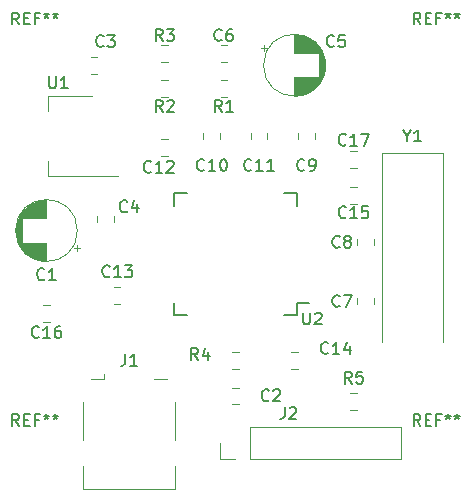
<source format=gbr>
G04 #@! TF.GenerationSoftware,KiCad,Pcbnew,(5.0.2)-1*
G04 #@! TF.CreationDate,2019-01-30T15:35:23+01:00*
G04 #@! TF.ProjectId,lab,6c61622e-6b69-4636-9164-5f7063625858,rev?*
G04 #@! TF.SameCoordinates,Original*
G04 #@! TF.FileFunction,Legend,Top*
G04 #@! TF.FilePolarity,Positive*
%FSLAX46Y46*%
G04 Gerber Fmt 4.6, Leading zero omitted, Abs format (unit mm)*
G04 Created by KiCad (PCBNEW (5.0.2)-1) date 30/01/2019 15:35:23*
%MOMM*%
%LPD*%
G01*
G04 APERTURE LIST*
%ADD10C,0.120000*%
%ADD11C,0.150000*%
G04 APERTURE END LIST*
D10*
G04 #@! TO.C,Y1*
X52450000Y-31425000D02*
X52450000Y-47400000D01*
X57550000Y-31425000D02*
X52450000Y-31425000D01*
X57550000Y-47400000D02*
X57550000Y-31425000D01*
G04 #@! TO.C,C1*
X26554775Y-39725000D02*
X26554775Y-39225000D01*
X26804775Y-39475000D02*
X26304775Y-39475000D01*
X21399000Y-38284000D02*
X21399000Y-37716000D01*
X21439000Y-38518000D02*
X21439000Y-37482000D01*
X21479000Y-38677000D02*
X21479000Y-37323000D01*
X21519000Y-38805000D02*
X21519000Y-37195000D01*
X21559000Y-38915000D02*
X21559000Y-37085000D01*
X21599000Y-39011000D02*
X21599000Y-36989000D01*
X21639000Y-39098000D02*
X21639000Y-36902000D01*
X21679000Y-39178000D02*
X21679000Y-36822000D01*
X21719000Y-39251000D02*
X21719000Y-36749000D01*
X21759000Y-39319000D02*
X21759000Y-36681000D01*
X21799000Y-39383000D02*
X21799000Y-36617000D01*
X21839000Y-39443000D02*
X21839000Y-36557000D01*
X21879000Y-39500000D02*
X21879000Y-36500000D01*
X21919000Y-39554000D02*
X21919000Y-36446000D01*
X21959000Y-39605000D02*
X21959000Y-36395000D01*
X21999000Y-36960000D02*
X21999000Y-36347000D01*
X21999000Y-39653000D02*
X21999000Y-39040000D01*
X22039000Y-36960000D02*
X22039000Y-36301000D01*
X22039000Y-39699000D02*
X22039000Y-39040000D01*
X22079000Y-36960000D02*
X22079000Y-36257000D01*
X22079000Y-39743000D02*
X22079000Y-39040000D01*
X22119000Y-36960000D02*
X22119000Y-36215000D01*
X22119000Y-39785000D02*
X22119000Y-39040000D01*
X22159000Y-36960000D02*
X22159000Y-36174000D01*
X22159000Y-39826000D02*
X22159000Y-39040000D01*
X22199000Y-36960000D02*
X22199000Y-36136000D01*
X22199000Y-39864000D02*
X22199000Y-39040000D01*
X22239000Y-36960000D02*
X22239000Y-36099000D01*
X22239000Y-39901000D02*
X22239000Y-39040000D01*
X22279000Y-36960000D02*
X22279000Y-36063000D01*
X22279000Y-39937000D02*
X22279000Y-39040000D01*
X22319000Y-36960000D02*
X22319000Y-36029000D01*
X22319000Y-39971000D02*
X22319000Y-39040000D01*
X22359000Y-36960000D02*
X22359000Y-35996000D01*
X22359000Y-40004000D02*
X22359000Y-39040000D01*
X22399000Y-36960000D02*
X22399000Y-35965000D01*
X22399000Y-40035000D02*
X22399000Y-39040000D01*
X22439000Y-36960000D02*
X22439000Y-35935000D01*
X22439000Y-40065000D02*
X22439000Y-39040000D01*
X22479000Y-36960000D02*
X22479000Y-35905000D01*
X22479000Y-40095000D02*
X22479000Y-39040000D01*
X22519000Y-36960000D02*
X22519000Y-35878000D01*
X22519000Y-40122000D02*
X22519000Y-39040000D01*
X22559000Y-36960000D02*
X22559000Y-35851000D01*
X22559000Y-40149000D02*
X22559000Y-39040000D01*
X22599000Y-36960000D02*
X22599000Y-35825000D01*
X22599000Y-40175000D02*
X22599000Y-39040000D01*
X22639000Y-36960000D02*
X22639000Y-35800000D01*
X22639000Y-40200000D02*
X22639000Y-39040000D01*
X22679000Y-36960000D02*
X22679000Y-35776000D01*
X22679000Y-40224000D02*
X22679000Y-39040000D01*
X22719000Y-36960000D02*
X22719000Y-35753000D01*
X22719000Y-40247000D02*
X22719000Y-39040000D01*
X22759000Y-36960000D02*
X22759000Y-35732000D01*
X22759000Y-40268000D02*
X22759000Y-39040000D01*
X22799000Y-36960000D02*
X22799000Y-35710000D01*
X22799000Y-40290000D02*
X22799000Y-39040000D01*
X22839000Y-36960000D02*
X22839000Y-35690000D01*
X22839000Y-40310000D02*
X22839000Y-39040000D01*
X22879000Y-36960000D02*
X22879000Y-35671000D01*
X22879000Y-40329000D02*
X22879000Y-39040000D01*
X22919000Y-36960000D02*
X22919000Y-35652000D01*
X22919000Y-40348000D02*
X22919000Y-39040000D01*
X22959000Y-36960000D02*
X22959000Y-35635000D01*
X22959000Y-40365000D02*
X22959000Y-39040000D01*
X22999000Y-36960000D02*
X22999000Y-35618000D01*
X22999000Y-40382000D02*
X22999000Y-39040000D01*
X23039000Y-36960000D02*
X23039000Y-35602000D01*
X23039000Y-40398000D02*
X23039000Y-39040000D01*
X23079000Y-36960000D02*
X23079000Y-35586000D01*
X23079000Y-40414000D02*
X23079000Y-39040000D01*
X23119000Y-36960000D02*
X23119000Y-35572000D01*
X23119000Y-40428000D02*
X23119000Y-39040000D01*
X23159000Y-36960000D02*
X23159000Y-35558000D01*
X23159000Y-40442000D02*
X23159000Y-39040000D01*
X23199000Y-36960000D02*
X23199000Y-35545000D01*
X23199000Y-40455000D02*
X23199000Y-39040000D01*
X23239000Y-36960000D02*
X23239000Y-35532000D01*
X23239000Y-40468000D02*
X23239000Y-39040000D01*
X23279000Y-36960000D02*
X23279000Y-35520000D01*
X23279000Y-40480000D02*
X23279000Y-39040000D01*
X23320000Y-36960000D02*
X23320000Y-35509000D01*
X23320000Y-40491000D02*
X23320000Y-39040000D01*
X23360000Y-36960000D02*
X23360000Y-35499000D01*
X23360000Y-40501000D02*
X23360000Y-39040000D01*
X23400000Y-36960000D02*
X23400000Y-35489000D01*
X23400000Y-40511000D02*
X23400000Y-39040000D01*
X23440000Y-36960000D02*
X23440000Y-35480000D01*
X23440000Y-40520000D02*
X23440000Y-39040000D01*
X23480000Y-36960000D02*
X23480000Y-35472000D01*
X23480000Y-40528000D02*
X23480000Y-39040000D01*
X23520000Y-36960000D02*
X23520000Y-35464000D01*
X23520000Y-40536000D02*
X23520000Y-39040000D01*
X23560000Y-36960000D02*
X23560000Y-35457000D01*
X23560000Y-40543000D02*
X23560000Y-39040000D01*
X23600000Y-36960000D02*
X23600000Y-35450000D01*
X23600000Y-40550000D02*
X23600000Y-39040000D01*
X23640000Y-36960000D02*
X23640000Y-35444000D01*
X23640000Y-40556000D02*
X23640000Y-39040000D01*
X23680000Y-36960000D02*
X23680000Y-35439000D01*
X23680000Y-40561000D02*
X23680000Y-39040000D01*
X23720000Y-36960000D02*
X23720000Y-35435000D01*
X23720000Y-40565000D02*
X23720000Y-39040000D01*
X23760000Y-36960000D02*
X23760000Y-35431000D01*
X23760000Y-40569000D02*
X23760000Y-39040000D01*
X23800000Y-36960000D02*
X23800000Y-35427000D01*
X23800000Y-40573000D02*
X23800000Y-39040000D01*
X23840000Y-36960000D02*
X23840000Y-35424000D01*
X23840000Y-40576000D02*
X23840000Y-39040000D01*
X23880000Y-36960000D02*
X23880000Y-35422000D01*
X23880000Y-40578000D02*
X23880000Y-39040000D01*
X23920000Y-36960000D02*
X23920000Y-35421000D01*
X23920000Y-40579000D02*
X23920000Y-39040000D01*
X23960000Y-40580000D02*
X23960000Y-39040000D01*
X23960000Y-36960000D02*
X23960000Y-35420000D01*
X24000000Y-40580000D02*
X24000000Y-39040000D01*
X24000000Y-36960000D02*
X24000000Y-35420000D01*
X26620000Y-38000000D02*
G75*
G03X26620000Y-38000000I-2620000J0D01*
G01*
G04 #@! TO.C,C2*
X40261252Y-51290000D02*
X39738748Y-51290000D01*
X40261252Y-52710000D02*
X39738748Y-52710000D01*
G04 #@! TO.C,C3*
X28261252Y-24710000D02*
X27738748Y-24710000D01*
X28261252Y-23290000D02*
X27738748Y-23290000D01*
G04 #@! TO.C,C4*
X28290000Y-36738748D02*
X28290000Y-37261252D01*
X29710000Y-36738748D02*
X29710000Y-37261252D01*
G04 #@! TO.C,C5*
X47620000Y-24000000D02*
G75*
G03X47620000Y-24000000I-2620000J0D01*
G01*
X45000000Y-25040000D02*
X45000000Y-26580000D01*
X45000000Y-21420000D02*
X45000000Y-22960000D01*
X45040000Y-25040000D02*
X45040000Y-26580000D01*
X45040000Y-21420000D02*
X45040000Y-22960000D01*
X45080000Y-21421000D02*
X45080000Y-22960000D01*
X45080000Y-25040000D02*
X45080000Y-26579000D01*
X45120000Y-21422000D02*
X45120000Y-22960000D01*
X45120000Y-25040000D02*
X45120000Y-26578000D01*
X45160000Y-21424000D02*
X45160000Y-22960000D01*
X45160000Y-25040000D02*
X45160000Y-26576000D01*
X45200000Y-21427000D02*
X45200000Y-22960000D01*
X45200000Y-25040000D02*
X45200000Y-26573000D01*
X45240000Y-21431000D02*
X45240000Y-22960000D01*
X45240000Y-25040000D02*
X45240000Y-26569000D01*
X45280000Y-21435000D02*
X45280000Y-22960000D01*
X45280000Y-25040000D02*
X45280000Y-26565000D01*
X45320000Y-21439000D02*
X45320000Y-22960000D01*
X45320000Y-25040000D02*
X45320000Y-26561000D01*
X45360000Y-21444000D02*
X45360000Y-22960000D01*
X45360000Y-25040000D02*
X45360000Y-26556000D01*
X45400000Y-21450000D02*
X45400000Y-22960000D01*
X45400000Y-25040000D02*
X45400000Y-26550000D01*
X45440000Y-21457000D02*
X45440000Y-22960000D01*
X45440000Y-25040000D02*
X45440000Y-26543000D01*
X45480000Y-21464000D02*
X45480000Y-22960000D01*
X45480000Y-25040000D02*
X45480000Y-26536000D01*
X45520000Y-21472000D02*
X45520000Y-22960000D01*
X45520000Y-25040000D02*
X45520000Y-26528000D01*
X45560000Y-21480000D02*
X45560000Y-22960000D01*
X45560000Y-25040000D02*
X45560000Y-26520000D01*
X45600000Y-21489000D02*
X45600000Y-22960000D01*
X45600000Y-25040000D02*
X45600000Y-26511000D01*
X45640000Y-21499000D02*
X45640000Y-22960000D01*
X45640000Y-25040000D02*
X45640000Y-26501000D01*
X45680000Y-21509000D02*
X45680000Y-22960000D01*
X45680000Y-25040000D02*
X45680000Y-26491000D01*
X45721000Y-21520000D02*
X45721000Y-22960000D01*
X45721000Y-25040000D02*
X45721000Y-26480000D01*
X45761000Y-21532000D02*
X45761000Y-22960000D01*
X45761000Y-25040000D02*
X45761000Y-26468000D01*
X45801000Y-21545000D02*
X45801000Y-22960000D01*
X45801000Y-25040000D02*
X45801000Y-26455000D01*
X45841000Y-21558000D02*
X45841000Y-22960000D01*
X45841000Y-25040000D02*
X45841000Y-26442000D01*
X45881000Y-21572000D02*
X45881000Y-22960000D01*
X45881000Y-25040000D02*
X45881000Y-26428000D01*
X45921000Y-21586000D02*
X45921000Y-22960000D01*
X45921000Y-25040000D02*
X45921000Y-26414000D01*
X45961000Y-21602000D02*
X45961000Y-22960000D01*
X45961000Y-25040000D02*
X45961000Y-26398000D01*
X46001000Y-21618000D02*
X46001000Y-22960000D01*
X46001000Y-25040000D02*
X46001000Y-26382000D01*
X46041000Y-21635000D02*
X46041000Y-22960000D01*
X46041000Y-25040000D02*
X46041000Y-26365000D01*
X46081000Y-21652000D02*
X46081000Y-22960000D01*
X46081000Y-25040000D02*
X46081000Y-26348000D01*
X46121000Y-21671000D02*
X46121000Y-22960000D01*
X46121000Y-25040000D02*
X46121000Y-26329000D01*
X46161000Y-21690000D02*
X46161000Y-22960000D01*
X46161000Y-25040000D02*
X46161000Y-26310000D01*
X46201000Y-21710000D02*
X46201000Y-22960000D01*
X46201000Y-25040000D02*
X46201000Y-26290000D01*
X46241000Y-21732000D02*
X46241000Y-22960000D01*
X46241000Y-25040000D02*
X46241000Y-26268000D01*
X46281000Y-21753000D02*
X46281000Y-22960000D01*
X46281000Y-25040000D02*
X46281000Y-26247000D01*
X46321000Y-21776000D02*
X46321000Y-22960000D01*
X46321000Y-25040000D02*
X46321000Y-26224000D01*
X46361000Y-21800000D02*
X46361000Y-22960000D01*
X46361000Y-25040000D02*
X46361000Y-26200000D01*
X46401000Y-21825000D02*
X46401000Y-22960000D01*
X46401000Y-25040000D02*
X46401000Y-26175000D01*
X46441000Y-21851000D02*
X46441000Y-22960000D01*
X46441000Y-25040000D02*
X46441000Y-26149000D01*
X46481000Y-21878000D02*
X46481000Y-22960000D01*
X46481000Y-25040000D02*
X46481000Y-26122000D01*
X46521000Y-21905000D02*
X46521000Y-22960000D01*
X46521000Y-25040000D02*
X46521000Y-26095000D01*
X46561000Y-21935000D02*
X46561000Y-22960000D01*
X46561000Y-25040000D02*
X46561000Y-26065000D01*
X46601000Y-21965000D02*
X46601000Y-22960000D01*
X46601000Y-25040000D02*
X46601000Y-26035000D01*
X46641000Y-21996000D02*
X46641000Y-22960000D01*
X46641000Y-25040000D02*
X46641000Y-26004000D01*
X46681000Y-22029000D02*
X46681000Y-22960000D01*
X46681000Y-25040000D02*
X46681000Y-25971000D01*
X46721000Y-22063000D02*
X46721000Y-22960000D01*
X46721000Y-25040000D02*
X46721000Y-25937000D01*
X46761000Y-22099000D02*
X46761000Y-22960000D01*
X46761000Y-25040000D02*
X46761000Y-25901000D01*
X46801000Y-22136000D02*
X46801000Y-22960000D01*
X46801000Y-25040000D02*
X46801000Y-25864000D01*
X46841000Y-22174000D02*
X46841000Y-22960000D01*
X46841000Y-25040000D02*
X46841000Y-25826000D01*
X46881000Y-22215000D02*
X46881000Y-22960000D01*
X46881000Y-25040000D02*
X46881000Y-25785000D01*
X46921000Y-22257000D02*
X46921000Y-22960000D01*
X46921000Y-25040000D02*
X46921000Y-25743000D01*
X46961000Y-22301000D02*
X46961000Y-22960000D01*
X46961000Y-25040000D02*
X46961000Y-25699000D01*
X47001000Y-22347000D02*
X47001000Y-22960000D01*
X47001000Y-25040000D02*
X47001000Y-25653000D01*
X47041000Y-22395000D02*
X47041000Y-25605000D01*
X47081000Y-22446000D02*
X47081000Y-25554000D01*
X47121000Y-22500000D02*
X47121000Y-25500000D01*
X47161000Y-22557000D02*
X47161000Y-25443000D01*
X47201000Y-22617000D02*
X47201000Y-25383000D01*
X47241000Y-22681000D02*
X47241000Y-25319000D01*
X47281000Y-22749000D02*
X47281000Y-25251000D01*
X47321000Y-22822000D02*
X47321000Y-25178000D01*
X47361000Y-22902000D02*
X47361000Y-25098000D01*
X47401000Y-22989000D02*
X47401000Y-25011000D01*
X47441000Y-23085000D02*
X47441000Y-24915000D01*
X47481000Y-23195000D02*
X47481000Y-24805000D01*
X47521000Y-23323000D02*
X47521000Y-24677000D01*
X47561000Y-23482000D02*
X47561000Y-24518000D01*
X47601000Y-23716000D02*
X47601000Y-24284000D01*
X42195225Y-22525000D02*
X42695225Y-22525000D01*
X42445225Y-22275000D02*
X42445225Y-22775000D01*
G04 #@! TO.C,C6*
X39261252Y-22290000D02*
X38738748Y-22290000D01*
X39261252Y-23710000D02*
X38738748Y-23710000D01*
G04 #@! TO.C,C7*
X51710000Y-43738748D02*
X51710000Y-44261252D01*
X50290000Y-43738748D02*
X50290000Y-44261252D01*
G04 #@! TO.C,C8*
X50290000Y-39261252D02*
X50290000Y-38738748D01*
X51710000Y-39261252D02*
X51710000Y-38738748D01*
G04 #@! TO.C,C9*
X46710000Y-30261252D02*
X46710000Y-29738748D01*
X45290000Y-30261252D02*
X45290000Y-29738748D01*
G04 #@! TO.C,C10*
X37290000Y-30261252D02*
X37290000Y-29738748D01*
X38710000Y-30261252D02*
X38710000Y-29738748D01*
G04 #@! TO.C,C11*
X41290000Y-30261252D02*
X41290000Y-29738748D01*
X42710000Y-30261252D02*
X42710000Y-29738748D01*
G04 #@! TO.C,C12*
X34261252Y-31710000D02*
X33738748Y-31710000D01*
X34261252Y-30290000D02*
X33738748Y-30290000D01*
G04 #@! TO.C,C13*
X30261252Y-44210000D02*
X29738748Y-44210000D01*
X30261252Y-42790000D02*
X29738748Y-42790000D01*
G04 #@! TO.C,C14*
X44738748Y-48290000D02*
X45261252Y-48290000D01*
X44738748Y-49710000D02*
X45261252Y-49710000D01*
G04 #@! TO.C,C15*
X49738748Y-35710000D02*
X50261252Y-35710000D01*
X49738748Y-34290000D02*
X50261252Y-34290000D01*
G04 #@! TO.C,C16*
X24261252Y-44290000D02*
X23738748Y-44290000D01*
X24261252Y-45710000D02*
X23738748Y-45710000D01*
G04 #@! TO.C,C17*
X49738748Y-31290000D02*
X50261252Y-31290000D01*
X49738748Y-32710000D02*
X50261252Y-32710000D01*
G04 #@! TO.C,J1*
X34910000Y-59910000D02*
X27090000Y-59910000D01*
X28890000Y-50590000D02*
X28890000Y-50160000D01*
X34910000Y-59910000D02*
X34910000Y-57960000D01*
X34910000Y-55740000D02*
X34910000Y-52510000D01*
X33110000Y-50590000D02*
X34190000Y-50590000D01*
X27810000Y-50590000D02*
X28890000Y-50590000D01*
X27090000Y-55740000D02*
X27090000Y-52510000D01*
X27090000Y-59910000D02*
X27090000Y-57960000D01*
G04 #@! TO.C,J2*
X54030000Y-57330000D02*
X54030000Y-54670000D01*
X41270000Y-57330000D02*
X54030000Y-57330000D01*
X41270000Y-54670000D02*
X54030000Y-54670000D01*
X41270000Y-57330000D02*
X41270000Y-54670000D01*
X40000000Y-57330000D02*
X38670000Y-57330000D01*
X38670000Y-57330000D02*
X38670000Y-56000000D01*
G04 #@! TO.C,R1*
X39261252Y-26710000D02*
X38738748Y-26710000D01*
X39261252Y-25290000D02*
X38738748Y-25290000D01*
G04 #@! TO.C,R2*
X34261252Y-26710000D02*
X33738748Y-26710000D01*
X34261252Y-25290000D02*
X33738748Y-25290000D01*
G04 #@! TO.C,R3*
X34261252Y-22290000D02*
X33738748Y-22290000D01*
X34261252Y-23710000D02*
X33738748Y-23710000D01*
G04 #@! TO.C,R4*
X40261252Y-49710000D02*
X39738748Y-49710000D01*
X40261252Y-48290000D02*
X39738748Y-48290000D01*
G04 #@! TO.C,R5*
X50261252Y-51790000D02*
X49738748Y-51790000D01*
X50261252Y-53210000D02*
X49738748Y-53210000D01*
D11*
G04 #@! TO.C,U2*
X45175000Y-45175000D02*
X45175000Y-44175000D01*
X34825000Y-45175000D02*
X34825000Y-44100000D01*
X34825000Y-34825000D02*
X34825000Y-35900000D01*
X45175000Y-34825000D02*
X45175000Y-35900000D01*
X45175000Y-45175000D02*
X44100000Y-45175000D01*
X45175000Y-34825000D02*
X44100000Y-34825000D01*
X34825000Y-34825000D02*
X35900000Y-34825000D01*
X34825000Y-45175000D02*
X35900000Y-45175000D01*
X45175000Y-44175000D02*
X46200000Y-44175000D01*
D10*
G04 #@! TO.C,U1*
X24090000Y-26590000D02*
X24090000Y-27850000D01*
X24090000Y-33410000D02*
X24090000Y-32150000D01*
X27850000Y-26590000D02*
X24090000Y-26590000D01*
X30100000Y-33410000D02*
X24090000Y-33410000D01*
G04 #@! TO.C,Y1*
D11*
X54523809Y-29976190D02*
X54523809Y-30452380D01*
X54190476Y-29452380D02*
X54523809Y-29976190D01*
X54857142Y-29452380D01*
X55714285Y-30452380D02*
X55142857Y-30452380D01*
X55428571Y-30452380D02*
X55428571Y-29452380D01*
X55333333Y-29595238D01*
X55238095Y-29690476D01*
X55142857Y-29738095D01*
G04 #@! TO.C,C1*
X23833333Y-42107142D02*
X23785714Y-42154761D01*
X23642857Y-42202380D01*
X23547619Y-42202380D01*
X23404761Y-42154761D01*
X23309523Y-42059523D01*
X23261904Y-41964285D01*
X23214285Y-41773809D01*
X23214285Y-41630952D01*
X23261904Y-41440476D01*
X23309523Y-41345238D01*
X23404761Y-41250000D01*
X23547619Y-41202380D01*
X23642857Y-41202380D01*
X23785714Y-41250000D01*
X23833333Y-41297619D01*
X24785714Y-42202380D02*
X24214285Y-42202380D01*
X24500000Y-42202380D02*
X24500000Y-41202380D01*
X24404761Y-41345238D01*
X24309523Y-41440476D01*
X24214285Y-41488095D01*
G04 #@! TO.C,C2*
X42833333Y-52357142D02*
X42785714Y-52404761D01*
X42642857Y-52452380D01*
X42547619Y-52452380D01*
X42404761Y-52404761D01*
X42309523Y-52309523D01*
X42261904Y-52214285D01*
X42214285Y-52023809D01*
X42214285Y-51880952D01*
X42261904Y-51690476D01*
X42309523Y-51595238D01*
X42404761Y-51500000D01*
X42547619Y-51452380D01*
X42642857Y-51452380D01*
X42785714Y-51500000D01*
X42833333Y-51547619D01*
X43214285Y-51547619D02*
X43261904Y-51500000D01*
X43357142Y-51452380D01*
X43595238Y-51452380D01*
X43690476Y-51500000D01*
X43738095Y-51547619D01*
X43785714Y-51642857D01*
X43785714Y-51738095D01*
X43738095Y-51880952D01*
X43166666Y-52452380D01*
X43785714Y-52452380D01*
G04 #@! TO.C,C3*
X28833333Y-22357142D02*
X28785714Y-22404761D01*
X28642857Y-22452380D01*
X28547619Y-22452380D01*
X28404761Y-22404761D01*
X28309523Y-22309523D01*
X28261904Y-22214285D01*
X28214285Y-22023809D01*
X28214285Y-21880952D01*
X28261904Y-21690476D01*
X28309523Y-21595238D01*
X28404761Y-21500000D01*
X28547619Y-21452380D01*
X28642857Y-21452380D01*
X28785714Y-21500000D01*
X28833333Y-21547619D01*
X29166666Y-21452380D02*
X29785714Y-21452380D01*
X29452380Y-21833333D01*
X29595238Y-21833333D01*
X29690476Y-21880952D01*
X29738095Y-21928571D01*
X29785714Y-22023809D01*
X29785714Y-22261904D01*
X29738095Y-22357142D01*
X29690476Y-22404761D01*
X29595238Y-22452380D01*
X29309523Y-22452380D01*
X29214285Y-22404761D01*
X29166666Y-22357142D01*
G04 #@! TO.C,C4*
X30833333Y-36357142D02*
X30785714Y-36404761D01*
X30642857Y-36452380D01*
X30547619Y-36452380D01*
X30404761Y-36404761D01*
X30309523Y-36309523D01*
X30261904Y-36214285D01*
X30214285Y-36023809D01*
X30214285Y-35880952D01*
X30261904Y-35690476D01*
X30309523Y-35595238D01*
X30404761Y-35500000D01*
X30547619Y-35452380D01*
X30642857Y-35452380D01*
X30785714Y-35500000D01*
X30833333Y-35547619D01*
X31690476Y-35785714D02*
X31690476Y-36452380D01*
X31452380Y-35404761D02*
X31214285Y-36119047D01*
X31833333Y-36119047D01*
G04 #@! TO.C,C5*
X48333333Y-22357142D02*
X48285714Y-22404761D01*
X48142857Y-22452380D01*
X48047619Y-22452380D01*
X47904761Y-22404761D01*
X47809523Y-22309523D01*
X47761904Y-22214285D01*
X47714285Y-22023809D01*
X47714285Y-21880952D01*
X47761904Y-21690476D01*
X47809523Y-21595238D01*
X47904761Y-21500000D01*
X48047619Y-21452380D01*
X48142857Y-21452380D01*
X48285714Y-21500000D01*
X48333333Y-21547619D01*
X49238095Y-21452380D02*
X48761904Y-21452380D01*
X48714285Y-21928571D01*
X48761904Y-21880952D01*
X48857142Y-21833333D01*
X49095238Y-21833333D01*
X49190476Y-21880952D01*
X49238095Y-21928571D01*
X49285714Y-22023809D01*
X49285714Y-22261904D01*
X49238095Y-22357142D01*
X49190476Y-22404761D01*
X49095238Y-22452380D01*
X48857142Y-22452380D01*
X48761904Y-22404761D01*
X48714285Y-22357142D01*
G04 #@! TO.C,C6*
X38833333Y-21857142D02*
X38785714Y-21904761D01*
X38642857Y-21952380D01*
X38547619Y-21952380D01*
X38404761Y-21904761D01*
X38309523Y-21809523D01*
X38261904Y-21714285D01*
X38214285Y-21523809D01*
X38214285Y-21380952D01*
X38261904Y-21190476D01*
X38309523Y-21095238D01*
X38404761Y-21000000D01*
X38547619Y-20952380D01*
X38642857Y-20952380D01*
X38785714Y-21000000D01*
X38833333Y-21047619D01*
X39690476Y-20952380D02*
X39500000Y-20952380D01*
X39404761Y-21000000D01*
X39357142Y-21047619D01*
X39261904Y-21190476D01*
X39214285Y-21380952D01*
X39214285Y-21761904D01*
X39261904Y-21857142D01*
X39309523Y-21904761D01*
X39404761Y-21952380D01*
X39595238Y-21952380D01*
X39690476Y-21904761D01*
X39738095Y-21857142D01*
X39785714Y-21761904D01*
X39785714Y-21523809D01*
X39738095Y-21428571D01*
X39690476Y-21380952D01*
X39595238Y-21333333D01*
X39404761Y-21333333D01*
X39309523Y-21380952D01*
X39261904Y-21428571D01*
X39214285Y-21523809D01*
G04 #@! TO.C,C7*
X48833333Y-44357142D02*
X48785714Y-44404761D01*
X48642857Y-44452380D01*
X48547619Y-44452380D01*
X48404761Y-44404761D01*
X48309523Y-44309523D01*
X48261904Y-44214285D01*
X48214285Y-44023809D01*
X48214285Y-43880952D01*
X48261904Y-43690476D01*
X48309523Y-43595238D01*
X48404761Y-43500000D01*
X48547619Y-43452380D01*
X48642857Y-43452380D01*
X48785714Y-43500000D01*
X48833333Y-43547619D01*
X49166666Y-43452380D02*
X49833333Y-43452380D01*
X49404761Y-44452380D01*
G04 #@! TO.C,C8*
X48833333Y-39357142D02*
X48785714Y-39404761D01*
X48642857Y-39452380D01*
X48547619Y-39452380D01*
X48404761Y-39404761D01*
X48309523Y-39309523D01*
X48261904Y-39214285D01*
X48214285Y-39023809D01*
X48214285Y-38880952D01*
X48261904Y-38690476D01*
X48309523Y-38595238D01*
X48404761Y-38500000D01*
X48547619Y-38452380D01*
X48642857Y-38452380D01*
X48785714Y-38500000D01*
X48833333Y-38547619D01*
X49404761Y-38880952D02*
X49309523Y-38833333D01*
X49261904Y-38785714D01*
X49214285Y-38690476D01*
X49214285Y-38642857D01*
X49261904Y-38547619D01*
X49309523Y-38500000D01*
X49404761Y-38452380D01*
X49595238Y-38452380D01*
X49690476Y-38500000D01*
X49738095Y-38547619D01*
X49785714Y-38642857D01*
X49785714Y-38690476D01*
X49738095Y-38785714D01*
X49690476Y-38833333D01*
X49595238Y-38880952D01*
X49404761Y-38880952D01*
X49309523Y-38928571D01*
X49261904Y-38976190D01*
X49214285Y-39071428D01*
X49214285Y-39261904D01*
X49261904Y-39357142D01*
X49309523Y-39404761D01*
X49404761Y-39452380D01*
X49595238Y-39452380D01*
X49690476Y-39404761D01*
X49738095Y-39357142D01*
X49785714Y-39261904D01*
X49785714Y-39071428D01*
X49738095Y-38976190D01*
X49690476Y-38928571D01*
X49595238Y-38880952D01*
G04 #@! TO.C,C9*
X45833333Y-32857142D02*
X45785714Y-32904761D01*
X45642857Y-32952380D01*
X45547619Y-32952380D01*
X45404761Y-32904761D01*
X45309523Y-32809523D01*
X45261904Y-32714285D01*
X45214285Y-32523809D01*
X45214285Y-32380952D01*
X45261904Y-32190476D01*
X45309523Y-32095238D01*
X45404761Y-32000000D01*
X45547619Y-31952380D01*
X45642857Y-31952380D01*
X45785714Y-32000000D01*
X45833333Y-32047619D01*
X46309523Y-32952380D02*
X46500000Y-32952380D01*
X46595238Y-32904761D01*
X46642857Y-32857142D01*
X46738095Y-32714285D01*
X46785714Y-32523809D01*
X46785714Y-32142857D01*
X46738095Y-32047619D01*
X46690476Y-32000000D01*
X46595238Y-31952380D01*
X46404761Y-31952380D01*
X46309523Y-32000000D01*
X46261904Y-32047619D01*
X46214285Y-32142857D01*
X46214285Y-32380952D01*
X46261904Y-32476190D01*
X46309523Y-32523809D01*
X46404761Y-32571428D01*
X46595238Y-32571428D01*
X46690476Y-32523809D01*
X46738095Y-32476190D01*
X46785714Y-32380952D01*
G04 #@! TO.C,C10*
X37357142Y-32857142D02*
X37309523Y-32904761D01*
X37166666Y-32952380D01*
X37071428Y-32952380D01*
X36928571Y-32904761D01*
X36833333Y-32809523D01*
X36785714Y-32714285D01*
X36738095Y-32523809D01*
X36738095Y-32380952D01*
X36785714Y-32190476D01*
X36833333Y-32095238D01*
X36928571Y-32000000D01*
X37071428Y-31952380D01*
X37166666Y-31952380D01*
X37309523Y-32000000D01*
X37357142Y-32047619D01*
X38309523Y-32952380D02*
X37738095Y-32952380D01*
X38023809Y-32952380D02*
X38023809Y-31952380D01*
X37928571Y-32095238D01*
X37833333Y-32190476D01*
X37738095Y-32238095D01*
X38928571Y-31952380D02*
X39023809Y-31952380D01*
X39119047Y-32000000D01*
X39166666Y-32047619D01*
X39214285Y-32142857D01*
X39261904Y-32333333D01*
X39261904Y-32571428D01*
X39214285Y-32761904D01*
X39166666Y-32857142D01*
X39119047Y-32904761D01*
X39023809Y-32952380D01*
X38928571Y-32952380D01*
X38833333Y-32904761D01*
X38785714Y-32857142D01*
X38738095Y-32761904D01*
X38690476Y-32571428D01*
X38690476Y-32333333D01*
X38738095Y-32142857D01*
X38785714Y-32047619D01*
X38833333Y-32000000D01*
X38928571Y-31952380D01*
G04 #@! TO.C,C11*
X41357142Y-32857142D02*
X41309523Y-32904761D01*
X41166666Y-32952380D01*
X41071428Y-32952380D01*
X40928571Y-32904761D01*
X40833333Y-32809523D01*
X40785714Y-32714285D01*
X40738095Y-32523809D01*
X40738095Y-32380952D01*
X40785714Y-32190476D01*
X40833333Y-32095238D01*
X40928571Y-32000000D01*
X41071428Y-31952380D01*
X41166666Y-31952380D01*
X41309523Y-32000000D01*
X41357142Y-32047619D01*
X42309523Y-32952380D02*
X41738095Y-32952380D01*
X42023809Y-32952380D02*
X42023809Y-31952380D01*
X41928571Y-32095238D01*
X41833333Y-32190476D01*
X41738095Y-32238095D01*
X43261904Y-32952380D02*
X42690476Y-32952380D01*
X42976190Y-32952380D02*
X42976190Y-31952380D01*
X42880952Y-32095238D01*
X42785714Y-32190476D01*
X42690476Y-32238095D01*
G04 #@! TO.C,C12*
X32857142Y-33007142D02*
X32809523Y-33054761D01*
X32666666Y-33102380D01*
X32571428Y-33102380D01*
X32428571Y-33054761D01*
X32333333Y-32959523D01*
X32285714Y-32864285D01*
X32238095Y-32673809D01*
X32238095Y-32530952D01*
X32285714Y-32340476D01*
X32333333Y-32245238D01*
X32428571Y-32150000D01*
X32571428Y-32102380D01*
X32666666Y-32102380D01*
X32809523Y-32150000D01*
X32857142Y-32197619D01*
X33809523Y-33102380D02*
X33238095Y-33102380D01*
X33523809Y-33102380D02*
X33523809Y-32102380D01*
X33428571Y-32245238D01*
X33333333Y-32340476D01*
X33238095Y-32388095D01*
X34190476Y-32197619D02*
X34238095Y-32150000D01*
X34333333Y-32102380D01*
X34571428Y-32102380D01*
X34666666Y-32150000D01*
X34714285Y-32197619D01*
X34761904Y-32292857D01*
X34761904Y-32388095D01*
X34714285Y-32530952D01*
X34142857Y-33102380D01*
X34761904Y-33102380D01*
G04 #@! TO.C,C13*
X29357142Y-41857142D02*
X29309523Y-41904761D01*
X29166666Y-41952380D01*
X29071428Y-41952380D01*
X28928571Y-41904761D01*
X28833333Y-41809523D01*
X28785714Y-41714285D01*
X28738095Y-41523809D01*
X28738095Y-41380952D01*
X28785714Y-41190476D01*
X28833333Y-41095238D01*
X28928571Y-41000000D01*
X29071428Y-40952380D01*
X29166666Y-40952380D01*
X29309523Y-41000000D01*
X29357142Y-41047619D01*
X30309523Y-41952380D02*
X29738095Y-41952380D01*
X30023809Y-41952380D02*
X30023809Y-40952380D01*
X29928571Y-41095238D01*
X29833333Y-41190476D01*
X29738095Y-41238095D01*
X30642857Y-40952380D02*
X31261904Y-40952380D01*
X30928571Y-41333333D01*
X31071428Y-41333333D01*
X31166666Y-41380952D01*
X31214285Y-41428571D01*
X31261904Y-41523809D01*
X31261904Y-41761904D01*
X31214285Y-41857142D01*
X31166666Y-41904761D01*
X31071428Y-41952380D01*
X30785714Y-41952380D01*
X30690476Y-41904761D01*
X30642857Y-41857142D01*
G04 #@! TO.C,C14*
X47857142Y-48357142D02*
X47809523Y-48404761D01*
X47666666Y-48452380D01*
X47571428Y-48452380D01*
X47428571Y-48404761D01*
X47333333Y-48309523D01*
X47285714Y-48214285D01*
X47238095Y-48023809D01*
X47238095Y-47880952D01*
X47285714Y-47690476D01*
X47333333Y-47595238D01*
X47428571Y-47500000D01*
X47571428Y-47452380D01*
X47666666Y-47452380D01*
X47809523Y-47500000D01*
X47857142Y-47547619D01*
X48809523Y-48452380D02*
X48238095Y-48452380D01*
X48523809Y-48452380D02*
X48523809Y-47452380D01*
X48428571Y-47595238D01*
X48333333Y-47690476D01*
X48238095Y-47738095D01*
X49666666Y-47785714D02*
X49666666Y-48452380D01*
X49428571Y-47404761D02*
X49190476Y-48119047D01*
X49809523Y-48119047D01*
G04 #@! TO.C,C15*
X49357142Y-36857142D02*
X49309523Y-36904761D01*
X49166666Y-36952380D01*
X49071428Y-36952380D01*
X48928571Y-36904761D01*
X48833333Y-36809523D01*
X48785714Y-36714285D01*
X48738095Y-36523809D01*
X48738095Y-36380952D01*
X48785714Y-36190476D01*
X48833333Y-36095238D01*
X48928571Y-36000000D01*
X49071428Y-35952380D01*
X49166666Y-35952380D01*
X49309523Y-36000000D01*
X49357142Y-36047619D01*
X50309523Y-36952380D02*
X49738095Y-36952380D01*
X50023809Y-36952380D02*
X50023809Y-35952380D01*
X49928571Y-36095238D01*
X49833333Y-36190476D01*
X49738095Y-36238095D01*
X51214285Y-35952380D02*
X50738095Y-35952380D01*
X50690476Y-36428571D01*
X50738095Y-36380952D01*
X50833333Y-36333333D01*
X51071428Y-36333333D01*
X51166666Y-36380952D01*
X51214285Y-36428571D01*
X51261904Y-36523809D01*
X51261904Y-36761904D01*
X51214285Y-36857142D01*
X51166666Y-36904761D01*
X51071428Y-36952380D01*
X50833333Y-36952380D01*
X50738095Y-36904761D01*
X50690476Y-36857142D01*
G04 #@! TO.C,C16*
X23357142Y-47007142D02*
X23309523Y-47054761D01*
X23166666Y-47102380D01*
X23071428Y-47102380D01*
X22928571Y-47054761D01*
X22833333Y-46959523D01*
X22785714Y-46864285D01*
X22738095Y-46673809D01*
X22738095Y-46530952D01*
X22785714Y-46340476D01*
X22833333Y-46245238D01*
X22928571Y-46150000D01*
X23071428Y-46102380D01*
X23166666Y-46102380D01*
X23309523Y-46150000D01*
X23357142Y-46197619D01*
X24309523Y-47102380D02*
X23738095Y-47102380D01*
X24023809Y-47102380D02*
X24023809Y-46102380D01*
X23928571Y-46245238D01*
X23833333Y-46340476D01*
X23738095Y-46388095D01*
X25166666Y-46102380D02*
X24976190Y-46102380D01*
X24880952Y-46150000D01*
X24833333Y-46197619D01*
X24738095Y-46340476D01*
X24690476Y-46530952D01*
X24690476Y-46911904D01*
X24738095Y-47007142D01*
X24785714Y-47054761D01*
X24880952Y-47102380D01*
X25071428Y-47102380D01*
X25166666Y-47054761D01*
X25214285Y-47007142D01*
X25261904Y-46911904D01*
X25261904Y-46673809D01*
X25214285Y-46578571D01*
X25166666Y-46530952D01*
X25071428Y-46483333D01*
X24880952Y-46483333D01*
X24785714Y-46530952D01*
X24738095Y-46578571D01*
X24690476Y-46673809D01*
G04 #@! TO.C,C17*
X49357142Y-30707142D02*
X49309523Y-30754761D01*
X49166666Y-30802380D01*
X49071428Y-30802380D01*
X48928571Y-30754761D01*
X48833333Y-30659523D01*
X48785714Y-30564285D01*
X48738095Y-30373809D01*
X48738095Y-30230952D01*
X48785714Y-30040476D01*
X48833333Y-29945238D01*
X48928571Y-29850000D01*
X49071428Y-29802380D01*
X49166666Y-29802380D01*
X49309523Y-29850000D01*
X49357142Y-29897619D01*
X50309523Y-30802380D02*
X49738095Y-30802380D01*
X50023809Y-30802380D02*
X50023809Y-29802380D01*
X49928571Y-29945238D01*
X49833333Y-30040476D01*
X49738095Y-30088095D01*
X50642857Y-29802380D02*
X51309523Y-29802380D01*
X50880952Y-30802380D01*
G04 #@! TO.C,J1*
X30666666Y-48452380D02*
X30666666Y-49166666D01*
X30619047Y-49309523D01*
X30523809Y-49404761D01*
X30380952Y-49452380D01*
X30285714Y-49452380D01*
X31666666Y-49452380D02*
X31095238Y-49452380D01*
X31380952Y-49452380D02*
X31380952Y-48452380D01*
X31285714Y-48595238D01*
X31190476Y-48690476D01*
X31095238Y-48738095D01*
G04 #@! TO.C,J2*
X44166666Y-52952380D02*
X44166666Y-53666666D01*
X44119047Y-53809523D01*
X44023809Y-53904761D01*
X43880952Y-53952380D01*
X43785714Y-53952380D01*
X44595238Y-53047619D02*
X44642857Y-53000000D01*
X44738095Y-52952380D01*
X44976190Y-52952380D01*
X45071428Y-53000000D01*
X45119047Y-53047619D01*
X45166666Y-53142857D01*
X45166666Y-53238095D01*
X45119047Y-53380952D01*
X44547619Y-53952380D01*
X45166666Y-53952380D01*
G04 #@! TO.C,R1*
X38833333Y-27952380D02*
X38500000Y-27476190D01*
X38261904Y-27952380D02*
X38261904Y-26952380D01*
X38642857Y-26952380D01*
X38738095Y-27000000D01*
X38785714Y-27047619D01*
X38833333Y-27142857D01*
X38833333Y-27285714D01*
X38785714Y-27380952D01*
X38738095Y-27428571D01*
X38642857Y-27476190D01*
X38261904Y-27476190D01*
X39785714Y-27952380D02*
X39214285Y-27952380D01*
X39500000Y-27952380D02*
X39500000Y-26952380D01*
X39404761Y-27095238D01*
X39309523Y-27190476D01*
X39214285Y-27238095D01*
G04 #@! TO.C,R2*
X33833333Y-27952380D02*
X33500000Y-27476190D01*
X33261904Y-27952380D02*
X33261904Y-26952380D01*
X33642857Y-26952380D01*
X33738095Y-27000000D01*
X33785714Y-27047619D01*
X33833333Y-27142857D01*
X33833333Y-27285714D01*
X33785714Y-27380952D01*
X33738095Y-27428571D01*
X33642857Y-27476190D01*
X33261904Y-27476190D01*
X34214285Y-27047619D02*
X34261904Y-27000000D01*
X34357142Y-26952380D01*
X34595238Y-26952380D01*
X34690476Y-27000000D01*
X34738095Y-27047619D01*
X34785714Y-27142857D01*
X34785714Y-27238095D01*
X34738095Y-27380952D01*
X34166666Y-27952380D01*
X34785714Y-27952380D01*
G04 #@! TO.C,R3*
X33833333Y-21952380D02*
X33500000Y-21476190D01*
X33261904Y-21952380D02*
X33261904Y-20952380D01*
X33642857Y-20952380D01*
X33738095Y-21000000D01*
X33785714Y-21047619D01*
X33833333Y-21142857D01*
X33833333Y-21285714D01*
X33785714Y-21380952D01*
X33738095Y-21428571D01*
X33642857Y-21476190D01*
X33261904Y-21476190D01*
X34166666Y-20952380D02*
X34785714Y-20952380D01*
X34452380Y-21333333D01*
X34595238Y-21333333D01*
X34690476Y-21380952D01*
X34738095Y-21428571D01*
X34785714Y-21523809D01*
X34785714Y-21761904D01*
X34738095Y-21857142D01*
X34690476Y-21904761D01*
X34595238Y-21952380D01*
X34309523Y-21952380D01*
X34214285Y-21904761D01*
X34166666Y-21857142D01*
G04 #@! TO.C,R4*
X36833333Y-48952380D02*
X36500000Y-48476190D01*
X36261904Y-48952380D02*
X36261904Y-47952380D01*
X36642857Y-47952380D01*
X36738095Y-48000000D01*
X36785714Y-48047619D01*
X36833333Y-48142857D01*
X36833333Y-48285714D01*
X36785714Y-48380952D01*
X36738095Y-48428571D01*
X36642857Y-48476190D01*
X36261904Y-48476190D01*
X37690476Y-48285714D02*
X37690476Y-48952380D01*
X37452380Y-47904761D02*
X37214285Y-48619047D01*
X37833333Y-48619047D01*
G04 #@! TO.C,R5*
X49833333Y-50952380D02*
X49500000Y-50476190D01*
X49261904Y-50952380D02*
X49261904Y-49952380D01*
X49642857Y-49952380D01*
X49738095Y-50000000D01*
X49785714Y-50047619D01*
X49833333Y-50142857D01*
X49833333Y-50285714D01*
X49785714Y-50380952D01*
X49738095Y-50428571D01*
X49642857Y-50476190D01*
X49261904Y-50476190D01*
X50738095Y-49952380D02*
X50261904Y-49952380D01*
X50214285Y-50428571D01*
X50261904Y-50380952D01*
X50357142Y-50333333D01*
X50595238Y-50333333D01*
X50690476Y-50380952D01*
X50738095Y-50428571D01*
X50785714Y-50523809D01*
X50785714Y-50761904D01*
X50738095Y-50857142D01*
X50690476Y-50904761D01*
X50595238Y-50952380D01*
X50357142Y-50952380D01*
X50261904Y-50904761D01*
X50214285Y-50857142D01*
G04 #@! TO.C,U2*
X45738095Y-44952380D02*
X45738095Y-45761904D01*
X45785714Y-45857142D01*
X45833333Y-45904761D01*
X45928571Y-45952380D01*
X46119047Y-45952380D01*
X46214285Y-45904761D01*
X46261904Y-45857142D01*
X46309523Y-45761904D01*
X46309523Y-44952380D01*
X46738095Y-45047619D02*
X46785714Y-45000000D01*
X46880952Y-44952380D01*
X47119047Y-44952380D01*
X47214285Y-45000000D01*
X47261904Y-45047619D01*
X47309523Y-45142857D01*
X47309523Y-45238095D01*
X47261904Y-45380952D01*
X46690476Y-45952380D01*
X47309523Y-45952380D01*
G04 #@! TO.C,U1*
X24238095Y-24952380D02*
X24238095Y-25761904D01*
X24285714Y-25857142D01*
X24333333Y-25904761D01*
X24428571Y-25952380D01*
X24619047Y-25952380D01*
X24714285Y-25904761D01*
X24761904Y-25857142D01*
X24809523Y-25761904D01*
X24809523Y-24952380D01*
X25809523Y-25952380D02*
X25238095Y-25952380D01*
X25523809Y-25952380D02*
X25523809Y-24952380D01*
X25428571Y-25095238D01*
X25333333Y-25190476D01*
X25238095Y-25238095D01*
G04 #@! TO.C,REF\002A\002A*
X21666666Y-54552380D02*
X21333333Y-54076190D01*
X21095238Y-54552380D02*
X21095238Y-53552380D01*
X21476190Y-53552380D01*
X21571428Y-53600000D01*
X21619047Y-53647619D01*
X21666666Y-53742857D01*
X21666666Y-53885714D01*
X21619047Y-53980952D01*
X21571428Y-54028571D01*
X21476190Y-54076190D01*
X21095238Y-54076190D01*
X22095238Y-54028571D02*
X22428571Y-54028571D01*
X22571428Y-54552380D02*
X22095238Y-54552380D01*
X22095238Y-53552380D01*
X22571428Y-53552380D01*
X23333333Y-54028571D02*
X23000000Y-54028571D01*
X23000000Y-54552380D02*
X23000000Y-53552380D01*
X23476190Y-53552380D01*
X24000000Y-53552380D02*
X24000000Y-53790476D01*
X23761904Y-53695238D02*
X24000000Y-53790476D01*
X24238095Y-53695238D01*
X23857142Y-53980952D02*
X24000000Y-53790476D01*
X24142857Y-53980952D01*
X24761904Y-53552380D02*
X24761904Y-53790476D01*
X24523809Y-53695238D02*
X24761904Y-53790476D01*
X25000000Y-53695238D01*
X24619047Y-53980952D02*
X24761904Y-53790476D01*
X24904761Y-53980952D01*
X55666666Y-54552380D02*
X55333333Y-54076190D01*
X55095238Y-54552380D02*
X55095238Y-53552380D01*
X55476190Y-53552380D01*
X55571428Y-53600000D01*
X55619047Y-53647619D01*
X55666666Y-53742857D01*
X55666666Y-53885714D01*
X55619047Y-53980952D01*
X55571428Y-54028571D01*
X55476190Y-54076190D01*
X55095238Y-54076190D01*
X56095238Y-54028571D02*
X56428571Y-54028571D01*
X56571428Y-54552380D02*
X56095238Y-54552380D01*
X56095238Y-53552380D01*
X56571428Y-53552380D01*
X57333333Y-54028571D02*
X57000000Y-54028571D01*
X57000000Y-54552380D02*
X57000000Y-53552380D01*
X57476190Y-53552380D01*
X58000000Y-53552380D02*
X58000000Y-53790476D01*
X57761904Y-53695238D02*
X58000000Y-53790476D01*
X58238095Y-53695238D01*
X57857142Y-53980952D02*
X58000000Y-53790476D01*
X58142857Y-53980952D01*
X58761904Y-53552380D02*
X58761904Y-53790476D01*
X58523809Y-53695238D02*
X58761904Y-53790476D01*
X59000000Y-53695238D01*
X58619047Y-53980952D02*
X58761904Y-53790476D01*
X58904761Y-53980952D01*
X55666666Y-20552380D02*
X55333333Y-20076190D01*
X55095238Y-20552380D02*
X55095238Y-19552380D01*
X55476190Y-19552380D01*
X55571428Y-19600000D01*
X55619047Y-19647619D01*
X55666666Y-19742857D01*
X55666666Y-19885714D01*
X55619047Y-19980952D01*
X55571428Y-20028571D01*
X55476190Y-20076190D01*
X55095238Y-20076190D01*
X56095238Y-20028571D02*
X56428571Y-20028571D01*
X56571428Y-20552380D02*
X56095238Y-20552380D01*
X56095238Y-19552380D01*
X56571428Y-19552380D01*
X57333333Y-20028571D02*
X57000000Y-20028571D01*
X57000000Y-20552380D02*
X57000000Y-19552380D01*
X57476190Y-19552380D01*
X58000000Y-19552380D02*
X58000000Y-19790476D01*
X57761904Y-19695238D02*
X58000000Y-19790476D01*
X58238095Y-19695238D01*
X57857142Y-19980952D02*
X58000000Y-19790476D01*
X58142857Y-19980952D01*
X58761904Y-19552380D02*
X58761904Y-19790476D01*
X58523809Y-19695238D02*
X58761904Y-19790476D01*
X59000000Y-19695238D01*
X58619047Y-19980952D02*
X58761904Y-19790476D01*
X58904761Y-19980952D01*
X21666666Y-20552380D02*
X21333333Y-20076190D01*
X21095238Y-20552380D02*
X21095238Y-19552380D01*
X21476190Y-19552380D01*
X21571428Y-19600000D01*
X21619047Y-19647619D01*
X21666666Y-19742857D01*
X21666666Y-19885714D01*
X21619047Y-19980952D01*
X21571428Y-20028571D01*
X21476190Y-20076190D01*
X21095238Y-20076190D01*
X22095238Y-20028571D02*
X22428571Y-20028571D01*
X22571428Y-20552380D02*
X22095238Y-20552380D01*
X22095238Y-19552380D01*
X22571428Y-19552380D01*
X23333333Y-20028571D02*
X23000000Y-20028571D01*
X23000000Y-20552380D02*
X23000000Y-19552380D01*
X23476190Y-19552380D01*
X24000000Y-19552380D02*
X24000000Y-19790476D01*
X23761904Y-19695238D02*
X24000000Y-19790476D01*
X24238095Y-19695238D01*
X23857142Y-19980952D02*
X24000000Y-19790476D01*
X24142857Y-19980952D01*
X24761904Y-19552380D02*
X24761904Y-19790476D01*
X24523809Y-19695238D02*
X24761904Y-19790476D01*
X25000000Y-19695238D01*
X24619047Y-19980952D02*
X24761904Y-19790476D01*
X24904761Y-19980952D01*
G04 #@! TD*
M02*

</source>
